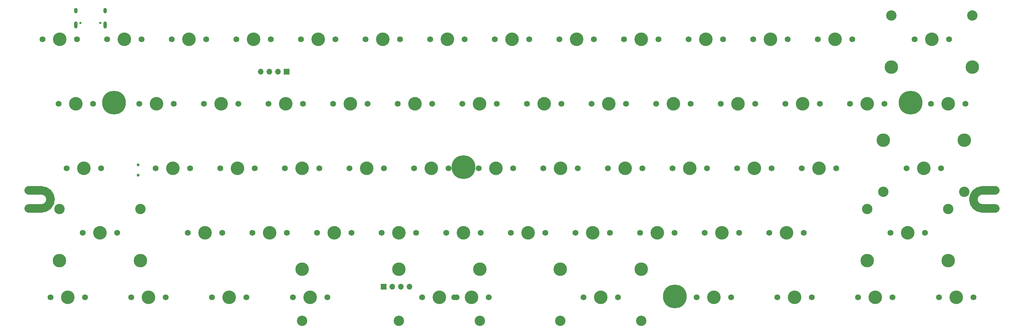
<source format=gts>
G04 #@! TF.GenerationSoftware,KiCad,Pcbnew,7.0.5*
G04 #@! TF.CreationDate,2023-07-26T01:46:33+09:00*
G04 #@! TF.ProjectId,Hotp4ck60,486f7470-3463-46b3-9630-2e6b69636164,rev?*
G04 #@! TF.SameCoordinates,Original*
G04 #@! TF.FileFunction,Soldermask,Top*
G04 #@! TF.FilePolarity,Negative*
%FSLAX46Y46*%
G04 Gerber Fmt 4.6, Leading zero omitted, Abs format (unit mm)*
G04 Created by KiCad (PCBNEW 7.0.5) date 2023-07-26 01:46:33*
%MOMM*%
%LPD*%
G01*
G04 APERTURE LIST*
%ADD10C,2.501900*%
%ADD11C,1.750000*%
%ADD12C,4.000000*%
%ADD13R,1.700000X1.700000*%
%ADD14O,1.700000X1.700000*%
%ADD15C,3.048000*%
%ADD16C,3.987800*%
%ADD17C,1.000000*%
%ADD18C,7.001300*%
%ADD19C,7.000240*%
%ADD20C,0.850000*%
%ADD21C,0.650000*%
%ADD22O,1.000000X1.600000*%
%ADD23O,1.000000X2.100000*%
G04 APERTURE END LIST*
D10*
X71812500Y-141486550D02*
X75612500Y-141486550D01*
X71812500Y-146788450D02*
X75612500Y-146788450D01*
X353012500Y-141486550D02*
X356812500Y-141486550D01*
X353012500Y-146788450D02*
X356862500Y-146788450D01*
X78263450Y-144137500D02*
G75*
G03*
X75612500Y-141486550I-2650949J1D01*
G01*
X75612500Y-146788450D02*
G75*
G03*
X78263450Y-144137500I1J2650949D01*
G01*
X353012500Y-141486550D02*
G75*
G03*
X350361550Y-144137500I0J-2650950D01*
G01*
X350361550Y-144137500D02*
G75*
G03*
X353012500Y-146788450I2650950J0D01*
G01*
D11*
X325913750Y-153987500D03*
D12*
X330993750Y-153987500D03*
D11*
X336073750Y-153987500D03*
X125888750Y-173037500D03*
D12*
X130968750Y-173037500D03*
D11*
X136048750Y-173037500D03*
X94932500Y-96837500D03*
D12*
X100012500Y-96837500D03*
D11*
X105092500Y-96837500D03*
X133032500Y-96837500D03*
D12*
X138112500Y-96837500D03*
D11*
X143192500Y-96837500D03*
X268763750Y-173037500D03*
D12*
X273843750Y-173037500D03*
D11*
X278923750Y-173037500D03*
D13*
X147860000Y-106385000D03*
D14*
X145320000Y-106385000D03*
X142780000Y-106385000D03*
X140240000Y-106385000D03*
D11*
X204470000Y-134937500D03*
D12*
X209550000Y-134937500D03*
D11*
X214630000Y-134937500D03*
X271145000Y-153987500D03*
D12*
X276225000Y-153987500D03*
D11*
X281305000Y-153987500D03*
D15*
X204819250Y-180022500D03*
D16*
X204819250Y-164782500D03*
D15*
X180943250Y-180022500D03*
D16*
X180943250Y-164782500D03*
D11*
X194945000Y-153987500D03*
D12*
X200025000Y-153987500D03*
D11*
X205105000Y-153987500D03*
X330676250Y-134937500D03*
D12*
X335756250Y-134937500D03*
D11*
X340836250Y-134937500D03*
X228282500Y-96837500D03*
D12*
X233362500Y-96837500D03*
D11*
X238442500Y-96837500D03*
X156845000Y-153987500D03*
D12*
X161925000Y-153987500D03*
D11*
X167005000Y-153987500D03*
X166370000Y-134937500D03*
D12*
X171450000Y-134937500D03*
D11*
X176530000Y-134937500D03*
X113982500Y-96837500D03*
D12*
X119062500Y-96837500D03*
D11*
X124142500Y-96837500D03*
D13*
X176450000Y-169910000D03*
D14*
X178990000Y-169910000D03*
X181530000Y-169910000D03*
X184070000Y-169910000D03*
D15*
X347694250Y-141922500D03*
D16*
X347694250Y-126682500D03*
D15*
X323818250Y-141922500D03*
D16*
X323818250Y-126682500D03*
D17*
X73570465Y-141537500D03*
X73570465Y-146737500D03*
X75612500Y-141537500D03*
X75612500Y-146737500D03*
X77450978Y-142299022D03*
X77450978Y-145975978D03*
X78212500Y-144137500D03*
X94712500Y-115537500D03*
X95386154Y-113911154D03*
X95386154Y-117163846D03*
X97012500Y-113237500D03*
D18*
X97012500Y-115537500D03*
D17*
X97012500Y-117837500D03*
X98638846Y-113911154D03*
X98638846Y-117163846D03*
X99312500Y-115537500D03*
X198812500Y-132337500D03*
X198812500Y-136937500D03*
X200012500Y-132337500D03*
D19*
X200012500Y-134637500D03*
D17*
X200012500Y-136937500D03*
X201212500Y-132337500D03*
X201212500Y-136937500D03*
X261112500Y-170537500D03*
X261112500Y-175137500D03*
X262312500Y-170537500D03*
D19*
X262312500Y-172837500D03*
D17*
X262312500Y-175137500D03*
X263512500Y-170537500D03*
X263512500Y-175137500D03*
X330662500Y-113237500D03*
X330662500Y-117837500D03*
X331862500Y-113237500D03*
D19*
X331862500Y-115537500D03*
D17*
X331862500Y-117837500D03*
X333062500Y-113220500D03*
X333062500Y-117837500D03*
X350412500Y-144137500D03*
X351174022Y-142299022D03*
X351174022Y-145975978D03*
X353012500Y-141537500D03*
X353012500Y-146737500D03*
X355054535Y-141537500D03*
X355054535Y-146737500D03*
D11*
X314007500Y-115887500D03*
D12*
X319087500Y-115887500D03*
D11*
X324167500Y-115887500D03*
X147320000Y-134937500D03*
D12*
X152400000Y-134937500D03*
D11*
X157480000Y-134937500D03*
X237807500Y-115887500D03*
D12*
X242887500Y-115887500D03*
D11*
X247967500Y-115887500D03*
X137795000Y-153987500D03*
D12*
X142875000Y-153987500D03*
D11*
X147955000Y-153987500D03*
X161607500Y-115887500D03*
D12*
X166687500Y-115887500D03*
D11*
X171767500Y-115887500D03*
X185420000Y-134937500D03*
D12*
X190500000Y-134937500D03*
D11*
X195580000Y-134937500D03*
D15*
X252406250Y-180022500D03*
D16*
X252406250Y-164782500D03*
D15*
X152406250Y-180022500D03*
D16*
X152406250Y-164782500D03*
D11*
X316388750Y-173037500D03*
D12*
X321468750Y-173037500D03*
D11*
X326548750Y-173037500D03*
X123507500Y-115887500D03*
D12*
X128587500Y-115887500D03*
D11*
X133667500Y-115887500D03*
X190182500Y-96837500D03*
D12*
X195262500Y-96837500D03*
D11*
X200342500Y-96837500D03*
X152082500Y-96837500D03*
D12*
X157162500Y-96837500D03*
D11*
X162242500Y-96837500D03*
X275907500Y-115887500D03*
D12*
X280987500Y-115887500D03*
D11*
X286067500Y-115887500D03*
X149701250Y-173037500D03*
D12*
X154781250Y-173037500D03*
D11*
X159861250Y-173037500D03*
X299720000Y-134937500D03*
D12*
X304800000Y-134937500D03*
D11*
X309880000Y-134937500D03*
X175895000Y-153987500D03*
D12*
X180975000Y-153987500D03*
D11*
X186055000Y-153987500D03*
D15*
X252444250Y-180022500D03*
D16*
X252444250Y-164782500D03*
D15*
X228568250Y-180022500D03*
D16*
X228568250Y-164782500D03*
D11*
X118745000Y-153987500D03*
D12*
X123825000Y-153987500D03*
D11*
X128905000Y-153987500D03*
D15*
X319055750Y-147002500D03*
D16*
X319055750Y-162242500D03*
D15*
X342931750Y-147002500D03*
D16*
X342931750Y-162242500D03*
D11*
X252095000Y-153987500D03*
D12*
X257175000Y-153987500D03*
D11*
X262255000Y-153987500D03*
X233045000Y-153987500D03*
D12*
X238125000Y-153987500D03*
D11*
X243205000Y-153987500D03*
X333057500Y-96837500D03*
D12*
X338137500Y-96837500D03*
D11*
X343217500Y-96837500D03*
X213995000Y-153987500D03*
D12*
X219075000Y-153987500D03*
D11*
X224155000Y-153987500D03*
X180657500Y-115887500D03*
D12*
X185737500Y-115887500D03*
D11*
X190817500Y-115887500D03*
X128270000Y-134937500D03*
D12*
X133350000Y-134937500D03*
D11*
X138430000Y-134937500D03*
X104457500Y-115887500D03*
D12*
X109537500Y-115887500D03*
D11*
X114617500Y-115887500D03*
X102076250Y-173037500D03*
D12*
X107156250Y-173037500D03*
D11*
X112236250Y-173037500D03*
X109220000Y-134937500D03*
D12*
X114300000Y-134937500D03*
D11*
X119380000Y-134937500D03*
X83026250Y-134960000D03*
D12*
X88106250Y-134960000D03*
D11*
X93186250Y-134960000D03*
X209232500Y-96837500D03*
D12*
X214312500Y-96837500D03*
D11*
X219392500Y-96837500D03*
X142557500Y-115887500D03*
D12*
X147637500Y-115887500D03*
D11*
X152717500Y-115887500D03*
X294957500Y-115887500D03*
D12*
X300037500Y-115887500D03*
D11*
X305117500Y-115887500D03*
D15*
X326199500Y-89852500D03*
D16*
X326199500Y-105092500D03*
D15*
X350075500Y-89852500D03*
D16*
X350075500Y-105092500D03*
D11*
X337820000Y-115887500D03*
D12*
X342900000Y-115887500D03*
D11*
X347980000Y-115887500D03*
X80645000Y-115887500D03*
D12*
X85725000Y-115887500D03*
D11*
X90805000Y-115887500D03*
X199707500Y-115887500D03*
D12*
X204787500Y-115887500D03*
D11*
X209867500Y-115887500D03*
X197326250Y-173037500D03*
D12*
X202406250Y-173037500D03*
D11*
X207486250Y-173037500D03*
X340201250Y-173037500D03*
D12*
X345281250Y-173037500D03*
D11*
X350361250Y-173037500D03*
X285432500Y-96837500D03*
D12*
X290512500Y-96837500D03*
D11*
X295592500Y-96837500D03*
X171132500Y-96837500D03*
D12*
X176212500Y-96837500D03*
D11*
X181292500Y-96837500D03*
X242570000Y-134937500D03*
D12*
X247650000Y-134937500D03*
D11*
X252730000Y-134937500D03*
X235426250Y-173037500D03*
D12*
X240506250Y-173037500D03*
D11*
X245586250Y-173037500D03*
D15*
X80930750Y-147002500D03*
D16*
X80930750Y-162242500D03*
D15*
X104806750Y-147002500D03*
D16*
X104806750Y-162242500D03*
D11*
X218757500Y-115887500D03*
D12*
X223837500Y-115887500D03*
D11*
X228917500Y-115887500D03*
X187801250Y-173037500D03*
D12*
X192881250Y-173037500D03*
D11*
X197961250Y-173037500D03*
X223520000Y-134937500D03*
D12*
X228600000Y-134937500D03*
D11*
X233680000Y-134937500D03*
X78263750Y-173037500D03*
D12*
X83343750Y-173037500D03*
D11*
X88423750Y-173037500D03*
X290195000Y-153987500D03*
D12*
X295275000Y-153987500D03*
D11*
X300355000Y-153987500D03*
X247332500Y-96837500D03*
D12*
X252412500Y-96837500D03*
D11*
X257492500Y-96837500D03*
X280670000Y-134937500D03*
D12*
X285750000Y-134937500D03*
D11*
X290830000Y-134937500D03*
X256857500Y-115887500D03*
D12*
X261937500Y-115887500D03*
D11*
X267017500Y-115887500D03*
X304482500Y-96837500D03*
D12*
X309562500Y-96837500D03*
D11*
X314642500Y-96837500D03*
X261620000Y-134937500D03*
D12*
X266700000Y-134937500D03*
D11*
X271780000Y-134937500D03*
X87788750Y-153987500D03*
D12*
X92868750Y-153987500D03*
D11*
X97948750Y-153987500D03*
X75882500Y-96837500D03*
D12*
X80962500Y-96837500D03*
D11*
X86042500Y-96837500D03*
X292576250Y-173037500D03*
D12*
X297656250Y-173037500D03*
D11*
X302736250Y-173037500D03*
X266382500Y-96837500D03*
D12*
X271462500Y-96837500D03*
D11*
X276542500Y-96837500D03*
D20*
X104120000Y-133960000D03*
X104120000Y-136960000D03*
D21*
X87120000Y-92065000D03*
X92900000Y-92065000D03*
D22*
X85690000Y-88415000D03*
D23*
X85690000Y-92595000D03*
D22*
X94330000Y-88415000D03*
D23*
X94330000Y-92595000D03*
M02*

</source>
